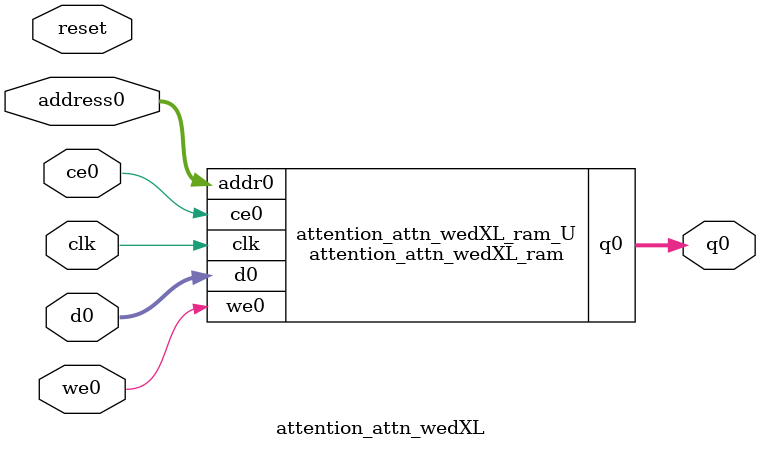
<source format=v>
`timescale 1 ns / 1 ps
module attention_attn_wedXL_ram (addr0, ce0, d0, we0, q0,  clk);

parameter DWIDTH = 32;
parameter AWIDTH = 7;
parameter MEM_SIZE = 96;

input[AWIDTH-1:0] addr0;
input ce0;
input[DWIDTH-1:0] d0;
input we0;
output reg[DWIDTH-1:0] q0;
input clk;

(* ram_style = "block" *)reg [DWIDTH-1:0] ram[0:MEM_SIZE-1];




always @(posedge clk)  
begin 
    if (ce0) begin
        if (we0) 
            ram[addr0] <= d0; 
        q0 <= ram[addr0];
    end
end


endmodule

`timescale 1 ns / 1 ps
module attention_attn_wedXL(
    reset,
    clk,
    address0,
    ce0,
    we0,
    d0,
    q0);

parameter DataWidth = 32'd32;
parameter AddressRange = 32'd96;
parameter AddressWidth = 32'd7;
input reset;
input clk;
input[AddressWidth - 1:0] address0;
input ce0;
input we0;
input[DataWidth - 1:0] d0;
output[DataWidth - 1:0] q0;



attention_attn_wedXL_ram attention_attn_wedXL_ram_U(
    .clk( clk ),
    .addr0( address0 ),
    .ce0( ce0 ),
    .we0( we0 ),
    .d0( d0 ),
    .q0( q0 ));

endmodule


</source>
